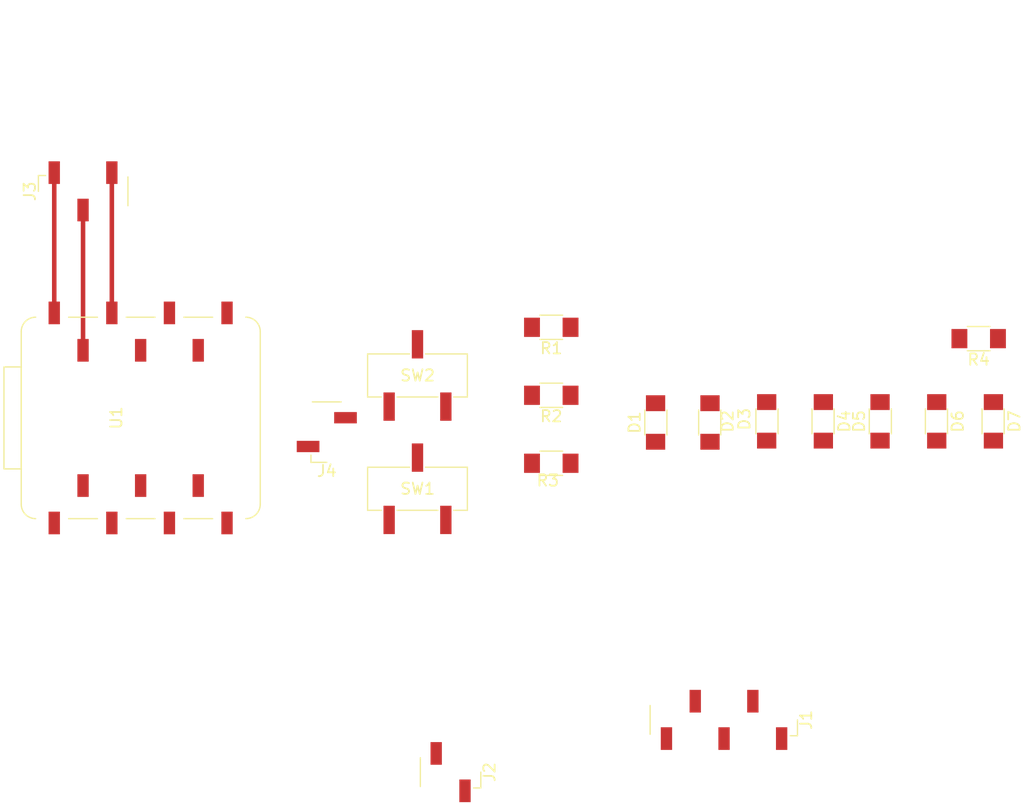
<source format=kicad_pcb>
(kicad_pcb (version 20240108) (generator "pcbnew") (generator_version "8.0")
  (layers (0 "F.Cu" signal) (31 "B.Cu" signal) (34 "B.Paste" user) (35 "F.Paste" user) (36 "B.SilkS" user "B.Silkscreen") (37 "F.SilkS" user "F.Silkscreen") (38 "B.Mask" user) (39 "F.Mask" user) (44 "Edge.Cuts" user))
  (net 0 "")
  (net 1 "Net-(D1-K)")
  (net 2 "Net-(D1-A)")
  (net 3 "Net-(D3-A)")
  (net 4 "Net-(D7-K)")
  (net 5 "D4_SCL")
  (net 6 "QT7_MOSI")
  (net 7 "QT3_TX")
  (net 8 "QT5_SCK")
  (net 9 "QT6_MISO")
  (net 10 "QT4_RX")
  (net 11 "QT1_DAC")
  (net 12 "QT2")
  (net 13 "PWR_5V")
  (net 14 "PWR_GND")
  (net 15 "PWR_3V3")
  (net 16 "D3_SDA")
  (net 17 "D1")
  (net 18 "D2")
  (net 20 "Net-(D7-A)")
  (net 21 "Net-(SW2-A)")
  (footprint "fab:SeeedStudio_XIAO_SocketSMD" (layer "F.Cu") (at 72.08 75 90)
    (property "Reference" "U1" (at 0.0025 -2.149 90) (layer "F.SilkS"))
    (property "Value" "SeeeduinoXIAO")
    (fp_line (start -7.6175 -10.531) (end 7.6225 -10.531) (stroke (width 0.12)) (layer "F.SilkS"))
    (fp_line (start 8.89 -6.35) (end 8.89 -3.81) (stroke (width 0.12)) (layer "F.SilkS"))
    (fp_line (start -8.89 -6.35) (end -8.89 -3.81) (stroke (width 0.12)) (layer "F.SilkS"))
    (fp_line (start 8.89 -1.27) (end 8.89 1.27) (stroke (width 0.12)) (layer "F.SilkS"))
    (fp_line (start -8.89 -1.27) (end -8.89 1.27) (stroke (width 0.12)) (layer "F.SilkS"))
    (fp_line (start 8.89 3.81) (end 8.89 6.35) (stroke (width 0.12)) (layer "F.SilkS"))
    (fp_line (start -8.89 3.81) (end -8.89 6.35) (stroke (width 0.12)) (layer "F.SilkS"))
    (fp_line (start 7.6225 10.551) (end -7.6175 10.551) (stroke (width 0.12)) (layer "F.SilkS"))
    (fp_rect (start -4.4975 -10.531) (end 4.5025 -12.055) (stroke (width 0.12)) (fill none) (layer "F.SilkS"))
    (fp_arc (start 7.6225 -10.531) (mid 8.520526 -10.159026) (end 8.8925 -9.261) (stroke (width 0.12)) (layer "F.SilkS"))
    (fp_arc (start -8.8875 -9.261) (mid -8.515526 -10.159026) (end -7.6175 -10.531) (stroke (width 0.12)) (layer "F.SilkS"))
    (fp_arc (start 8.8925 9.281) (mid 8.520526 10.179026) (end 7.6225 10.551) (stroke (width 0.12)) (layer "F.SilkS"))
    (fp_arc (start -7.6175 10.551) (mid -8.515526 10.179026) (end -8.8875 9.281) (stroke (width 0.12)) (layer "F.SilkS"))
    (pad "1" smd rect (at -9.27 -7.62 90) (size 2 1) (layers "F.Cu" "F.Paste" "F.Mask") (net 11 "QT1_DAC"))
    (pad "2" smd rect (at -5.97 -5.08 90) (size 2 1) (layers "F.Cu" "F.Paste" "F.Mask") (net 12 "QT2"))
    (pad "3" smd rect (at -9.27 -2.54 90) (size 2 1) (layers "F.Cu" "F.Paste" "F.Mask") (net 17 "D1"))
    (pad "4" smd rect (at -5.97 0 90) (size 2 1) (layers "F.Cu" "F.Paste" "F.Mask") (net 18 "D2"))
    (pad "5" smd rect (at -9.27 2.54 90) (size 2 1) (layers "F.Cu" "F.Paste" "F.Mask") (net 16 "D3_SDA"))
    (pad "6" smd rect (at -5.97 5.08 90) (size 2 1) (layers "F.Cu" "F.Paste" "F.Mask") (net 5 "D4_SCL"))
    (pad "7" smd rect (at -9.27 7.62 90) (size 2 1) (layers "F.Cu" "F.Paste" "F.Mask") (net 7 "QT3_TX"))
    (pad "8" smd rect (at 9.27 7.62 90) (size 2 1) (layers "F.Cu" "F.Paste" "F.Mask") (net 10 "QT4_RX"))
    (pad "9" smd rect (at 5.97 5.08 90) (size 2 1) (layers "F.Cu" "F.Paste" "F.Mask") (net 8 "QT5_SCK"))
    (pad "10" smd rect (at 9.27 2.54 90) (size 2 1) (layers "F.Cu" "F.Paste" "F.Mask") (net 9 "QT6_MISO"))
    (pad "11" smd rect (at 5.97 0 90) (size 2 1) (layers "F.Cu" "F.Paste" "F.Mask") (net 6 "QT7_MOSI"))
    (pad "12" smd rect (at 9.27 -2.54 90) (size 2 1) (layers "F.Cu" "F.Paste" "F.Mask") (net 15 "PWR_3V3"))
    (pad "13" smd rect (at 5.97 -5.08 90) (size 2 1) (layers "F.Cu" "F.Paste" "F.Mask") (net 14 "PWR_GND"))
    (pad "14" smd rect (at 9.27 -7.62 90) (size 2 1) (layers "F.Cu" "F.Paste" "F.Mask") (net 13 "PWR_5V"))
  )
  (footprint "fab:LED_1206" (layer "F.Cu") (at 147.3 75.3 -90)
    (property "Reference" "D7" (at 0 -1.85 90) (layer "F.SilkS"))
    (property "Value" "LED_1206")
    (fp_line (start -1.1 1) (end 1.1 1) (stroke (width 0.12)) (layer "F.SilkS"))
    (fp_line (start -1.1 -0.95) (end 1.1 -0.95) (stroke (width 0.12)) (layer "F.SilkS"))
    (pad "1" smd rect (at -1.7 0 270) (size 1.4 1.7) (layers "F.Cu" "F.Paste" "F.Mask") (net 4 "Net-(D7-K)"))
    (pad "2" smd rect (at 1.7 0 270) (size 1.4 1.7) (layers "F.Cu" "F.Paste" "F.Mask") (net 20 "Net-(D7-A)"))
  )
  (footprint "fab:PinSocket_1x05_P2.54mm_Vertical_SMD" (layer "F.Cu") (at 123.54 101.65 -90)
    (property "Reference" "J1" (at 0 -7.239 90) (layer "F.SilkS"))
    (property "Value" "Conn_PinSocket_1x05_P2.54mm_Vertical_SMD")
    (fp_line (start -1.27 6.52) (end 1.27 6.52) (stroke (width 0.12)) (layer "F.SilkS"))
    (fp_line (start 1.397 -5.842) (end 1.397 -6.477) (stroke (width 0.12)) (layer "F.SilkS"))
    (fp_line (start 1.397 -6.477) (end 0 -6.477) (stroke (width 0.12)) (layer "F.SilkS"))
    (pad "1" smd rect (at 1.65 -5.08 270) (size 2 1) (layers "F.Cu" "F.Paste" "F.Mask") (net 6 "QT7_MOSI"))
    (pad "2" smd rect (at -1.65 -2.54 270) (size 2 1) (layers "F.Cu" "F.Paste" "F.Mask") (net 9 "QT6_MISO"))
    (pad "3" smd rect (at 1.65 0 270) (size 2 1) (layers "F.Cu" "F.Paste" "F.Mask") (net 8 "QT5_SCK"))
    (pad "4" smd rect (at -1.65 2.54 270) (size 2 1) (layers "F.Cu" "F.Paste" "F.Mask") (net 10 "QT4_RX"))
    (pad "5" smd rect (at 1.65 5.08 270) (size 2 1) (layers "F.Cu" "F.Paste" "F.Mask") (net 7 "QT3_TX"))
  )
  (footprint "fab:Switch_Slide_Top_CnK_JS102011JCQN_8.5x3.5mm" (layer "F.Cu") (at 96.5 81.25)
    (property "Reference" "SW1" (at 0.01 0 0) (layer "F.SilkS"))
    (property "Value" "Switch_Slide_Top_CnK" (hide yes))
    (fp_line (start -4.4 -1.9) (end -4.4 1.9) (stroke (width 0.12)) (layer "F.SilkS"))
    (fp_line (start -4.4 1.9) (end -3.2 1.9) (stroke (width 0.12)) (layer "F.SilkS"))
    (fp_line (start -1.8 1.9) (end 1.8 1.9) (stroke (width 0.12)) (layer "F.SilkS"))
    (fp_line (start -0.7 -1.9) (end -4.4 -1.9) (stroke (width 0.12)) (layer "F.SilkS"))
    (fp_line (start 3.2 1.9) (end 4.4 1.9) (stroke (width 0.12)) (layer "F.SilkS"))
    (fp_line (start 4.4 -1.9) (end 0.7 -1.9) (stroke (width 0.12)) (layer "F.SilkS"))
    (fp_line (start 4.4 1.9) (end 4.4 -1.9) (stroke (width 0.12)) (layer "F.SilkS"))
    (pad "1" smd rect (at -2.5 2.75) (size 1 2.5) (layers "F.Cu" "F.Paste" "F.Mask") (net 20 "Net-(D7-A)"))
    (pad "2" smd rect (at 0 -2.75) (size 1 2.5) (layers "F.Cu" "F.Paste" "F.Mask") (net 5 "D4_SCL"))
    (pad "3" smd rect (at 2.5 2.75) (size 1 2.5) (layers "F.Cu" "F.Paste" "F.Mask"))
  )
  (footprint "fab:LED_1206" (layer "F.Cu") (at 142.3 75.3 -90)
    (property "Reference" "D6" (at 0 -1.85 90) (layer "F.SilkS"))
    (property "Value" "LED_1206")
    (fp_line (start -1.1 1) (end 1.1 1) (stroke (width 0.12)) (layer "F.SilkS"))
    (fp_line (start -1.1 -0.95) (end 1.1 -0.95) (stroke (width 0.12)) (layer "F.SilkS"))
    (pad "1" smd rect (at -1.7 0 270) (size 1.4 1.7) (layers "F.Cu" "F.Paste" "F.Mask") (net 3 "Net-(D3-A)"))
    (pad "2" smd rect (at 1.7 0 270) (size 1.4 1.7) (layers "F.Cu" "F.Paste" "F.Mask") (net 1 "Net-(D1-K)"))
  )
  (footprint "fab:LED_1206" (layer "F.Cu") (at 137.3 75.3 90)
    (property "Reference" "D5" (at 0 -1.85 270) (layer "F.SilkS"))
    (property "Value" "LED_1206")
    (fp_line (start -1.1 -0.95) (end 1.1 -0.95) (stroke (width 0.12)) (layer "F.SilkS"))
    (fp_line (start -1.1 1) (end 1.1 1) (stroke (width 0.12)) (layer "F.SilkS"))
    (pad "1" smd rect (at -1.7 0 90) (size 1.4 1.7) (layers "F.Cu" "F.Paste" "F.Mask") (net 1 "Net-(D1-K)"))
    (pad "2" smd rect (at 1.7 0 90) (size 1.4 1.7) (layers "F.Cu" "F.Paste" "F.Mask") (net 3 "Net-(D3-A)"))
  )
  (footprint "fab:R_1206" (layer "F.Cu") (at 146 68 180)
    (property "Reference" "R4" (at 0 -1.85 180) (layer "F.SilkS"))
    (property "Value" "R_1206")
    (fp_line (start 1 1.07) (end -1 1.07) (stroke (width 0.12)) (layer "F.SilkS"))
    (fp_line (start -1 -1.07) (end 1 -1.07) (stroke (width 0.12)) (layer "F.SilkS"))
    (pad "1" smd rect (at -1.7 0 180) (size 1.4 1.7) (layers "F.Cu" "F.Paste" "F.Mask") (net 4 "Net-(D7-K)"))
    (pad "2" smd rect (at 1.7 0 180) (size 1.4 1.7) (layers "F.Cu" "F.Paste" "F.Mask") (net 14 "PWR_GND"))
  )
  (footprint "fab:LED_1206" (layer "F.Cu") (at 117.5 75.4 90)
    (property "Reference" "D1" (at 0 -1.85 270) (layer "F.SilkS"))
    (property "Value" "LED_1206")
    (fp_line (start -1.1 -0.95) (end 1.1 -0.95) (stroke (width 0.12)) (layer "F.SilkS"))
    (fp_line (start -1.1 1) (end 1.1 1) (stroke (width 0.12)) (layer "F.SilkS"))
    (pad "1" smd rect (at -1.7 0 90) (size 1.4 1.7) (layers "F.Cu" "F.Paste" "F.Mask") (net 1 "Net-(D1-K)"))
    (pad "2" smd rect (at 1.7 0 90) (size 1.4 1.7) (layers "F.Cu" "F.Paste" "F.Mask") (net 2 "Net-(D1-A)"))
  )
  (footprint "fab:PinSocket_1x03_P2.54mm_Vertical_SMD" (layer "F.Cu") (at 67 55 90)
    (property "Reference" "J3" (at 0 -4.699 270) (layer "F.SilkS"))
    (property "Value" "Conn_PinSocket_1x03_P2.54mm_Vertical_SMD")
    (fp_line (start 1.397 -3.937) (end 0 -3.937) (stroke (width 0.12)) (layer "F.SilkS"))
    (fp_line (start 1.397 -3.302) (end 1.397 -3.937) (stroke (width 0.12)) (layer "F.SilkS"))
    (fp_line (start -1.27 3.96) (end 1.27 3.96) (stroke (width 0.12)) (layer "F.SilkS"))
    (pad "1" smd rect (at 1.65 -2.54 90) (size 2 1) (layers "F.Cu" "F.Paste" "F.Mask") (net 13 "PWR_5V"))
    (pad "2" smd rect (at -1.65 0 90) (size 2 1) (layers "F.Cu" "F.Paste" "F.Mask") (net 14 "PWR_GND"))
    (pad "3" smd rect (at 1.65 2.54 90) (size 2 1) (layers "F.Cu" "F.Paste" "F.Mask") (net 15 "PWR_3V3"))
  )
  (footprint "fab:LED_1206" (layer "F.Cu") (at 127.3 75.3 90)
    (property "Reference" "D3" (at 0.193999 -1.964 270) (layer "F.SilkS"))
    (property "Value" "LED_1206")
    (fp_line (start -1.1 -0.95) (end 1.1 -0.95) (stroke (width 0.12)) (layer "F.SilkS"))
    (fp_line (start -1.1 1) (end 1.1 1) (stroke (width 0.12)) (layer "F.SilkS"))
    (pad "1" smd rect (at -1.7 0 90) (size 1.4 1.7) (layers "F.Cu" "F.Paste" "F.Mask") (net 2 "Net-(D1-A)"))
    (pad "2" smd rect (at 1.7 0 90) (size 1.4 1.7) (layers "F.Cu" "F.Paste" "F.Mask") (net 3 "Net-(D3-A)"))
  )
  (footprint "fab:R_1206" (layer "F.Cu") (at 108.3 73 180)
    (property "Reference" "R2" (at 0 -1.85 180) (layer "F.SilkS"))
    (property "Value" "R_1206")
    (fp_line (start 1 1.07) (end -1 1.07) (stroke (width 0.12)) (layer "F.SilkS"))
    (fp_line (start -1 -1.07) (end 1 -1.07) (stroke (width 0.12)) (layer "F.SilkS"))
    (pad "1" smd rect (at -1.7 0 180) (size 1.4 1.7) (layers "F.Cu" "F.Paste" "F.Mask") (net 2 "Net-(D1-A)"))
    (pad "2" smd rect (at 1.7 0 180) (size 1.4 1.7) (layers "F.Cu" "F.Paste" "F.Mask") (net 18 "D2"))
  )
  (footprint "fab:PinSocket_1x02_P2.54mm_Vertical_SMD" (layer "F.Cu") (at 88.5 76.25 180)
    (property "Reference" "J4" (at 0 -3.429 180) (layer "F.SilkS"))
    (property "Value" "Conn_PinSocket_1x02_P2.54mm_Vertical_SMD")
    (fp_line (start 1.397 -2.032) (end 1.397 -2.667) (stroke (width 0.12)) (layer "F.SilkS"))
    (fp_line (start 1.397 -2.667) (end 0 -2.667) (stroke (width 0.12)) (layer "F.SilkS"))
    (fp_line (start -1.27 2.667) (end 1.27 2.667) (stroke (width 0.12)) (layer "F.SilkS"))
    (pad "1" smd rect (at 1.65 -1.27 180) (size 2 1) (layers "F.Cu" "F.Paste" "F.Mask") (net 16 "D3_SDA"))
    (pad "2" smd rect (at -1.65 1.27 180) (size 2 1) (layers "F.Cu" "F.Paste" "F.Mask") (net 5 "D4_SCL"))
  )
  (footprint "fab:Switch_Slide_Top_CnK_JS102011JCQN_8.5x3.5mm" (layer "F.Cu") (at 96.5 71.25)
    (property "Reference" "SW2" (at 0.01 0 0) (layer "F.SilkS"))
    (property "Value" "Switch_Slide_Top_CnK" (hide yes))
    (fp_line (start -4.4 -1.9) (end -4.4 1.9) (stroke (width 0.12)) (layer "F.SilkS"))
    (fp_line (start -4.4 1.9) (end -3.2 1.9) (stroke (width 0.12)) (layer "F.SilkS"))
    (fp_line (start -1.8 1.9) (end 1.8 1.9) (stroke (width 0.12)) (layer "F.SilkS"))
    (fp_line (start -0.7 -1.9) (end -4.4 -1.9) (stroke (width 0.12)) (layer "F.SilkS"))
    (fp_line (start 3.2 1.9) (end 4.4 1.9) (stroke (width 0.12)) (layer "F.SilkS"))
    (fp_line (start 4.4 -1.9) (end 0.7 -1.9) (stroke (width 0.12)) (layer "F.SilkS"))
    (fp_line (start 4.4 1.9) (end 4.4 -1.9) (stroke (width 0.12)) (layer "F.SilkS"))
    (pad "1" smd rect (at -2.5 2.75) (size 1 2.5) (layers "F.Cu" "F.Paste" "F.Mask") (net 21 "Net-(SW2-A)"))
    (pad "2" smd rect (at 0 -2.75) (size 1 2.5) (layers "F.Cu" "F.Paste" "F.Mask") (net 16 "D3_SDA"))
    (pad "3" smd rect (at 2.5 2.75) (size 1 2.5) (layers "F.Cu" "F.Paste" "F.Mask"))
  )
  (footprint "fab:PinSocket_1x02_P2.54mm_Vertical_SMD" (layer "F.Cu") (at 99.42 106.26 -90)
    (property "Reference" "J2" (at 0 -3.429 90) (layer "F.SilkS"))
    (property "Value" "Conn_PinSocket_1x02_P2.54mm_Vertical_SMD")
    (fp_line (start -1.27 2.667) (end 1.27 2.667) (stroke (width 0.12)) (layer "F.SilkS"))
    (fp_line (start 1.397 -2.032) (end 1.397 -2.667) (stroke (width 0.12)) (layer "F.SilkS"))
    (fp_line (start 1.397 -2.667) (end 0 -2.667) (stroke (width 0.12)) (layer "F.SilkS"))
    (pad "1" smd rect (at 1.65 -1.27 270) (size 2 1) (layers "F.Cu" "F.Paste" "F.Mask") (net 12 "QT2"))
    (pad "2" smd rect (at -1.65 1.27 270) (size 2 1) (layers "F.Cu" "F.Paste" "F.Mask") (net 11 "QT1_DAC"))
  )
  (footprint "fab:R_1206" (layer "F.Cu") (at 108.3 67 180)
    (property "Reference" "R1" (at 0 -1.85 180) (layer "F.SilkS"))
    (property "Value" "R_1206")
    (fp_line (start 1 1.07) (end -1 1.07) (stroke (width 0.12)) (layer "F.SilkS"))
    (fp_line (start -1 -1.07) (end 1 -1.07) (stroke (width 0.12)) (layer "F.SilkS"))
    (pad "1" smd rect (at -1.7 0 180) (size 1.4 1.7) (layers "F.Cu" "F.Paste" "F.Mask") (net 1 "Net-(D1-K)"))
    (pad "2" smd rect (at 1.7 0 180) (size 1.4 1.7) (layers "F.Cu" "F.Paste" "F.Mask") (net 17 "D1"))
  )
  (footprint "fab:LED_1206" (layer "F.Cu") (at 122.3 75.4 -90)
    (property "Reference" "D2" (at -0.1 -1.55 90) (layer "F.SilkS"))
    (property "Value" "LED_1206")
    (fp_line (start -1.1 1) (end 1.1 1) (stroke (width 0.12)) (layer "F.SilkS"))
    (fp_line (start -1.1 -0.95) (end 1.1 -0.95) (stroke (width 0.12)) (layer "F.SilkS"))
    (pad "1" smd rect (at -1.7 0 270) (size 1.4 1.7) (layers "F.Cu" "F.Paste" "F.Mask") (net 2 "Net-(D1-A)"))
    (pad "2" smd rect (at 1.7 0 270) (size 1.4 1.7) (layers "F.Cu" "F.Paste" "F.Mask") (net 1 "Net-(D1-K)"))
  )
  (footprint "fab:R_1206" (layer "F.Cu") (at 108.3 79 180)
    (property "Reference" "R3" (at 0.3 -1.52 180) (layer "F.SilkS"))
    (property "Value" "R_1206")
    (fp_line (start 1 1.07) (end -1 1.07) (stroke (width 0.12)) (layer "F.SilkS"))
    (fp_line (start -1 -1.07) (end 1 -1.07) (stroke (width 0.12)) (layer "F.SilkS"))
    (pad "1" smd rect (at -1.7 0 180) (size 1.4 1.7) (layers "F.Cu" "F.Paste" "F.Mask") (net 3 "Net-(D3-A)"))
    (pad "2" smd rect (at 1.7 0 180) (size 1.4 1.7) (layers "F.Cu" "F.Paste" "F.Mask") (net 21 "Net-(SW2-A)"))
  )
  (footprint "fab:LED_1206" (layer "F.Cu") (at 132.3 75.3 -90)
    (property "Reference" "D4" (at 0 -1.85 90) (layer "F.SilkS"))
    (property "Value" "LED_1206")
    (fp_line (start -1.1 1) (end 1.1 1) (stroke (width 0.12)) (layer "F.SilkS"))
    (fp_line (start -1.1 -0.95) (end 1.1 -0.95) (stroke (width 0.12)) (layer "F.SilkS"))
    (pad "1" smd rect (at -1.7 0 270) (size 1.4 1.7) (layers "F.Cu" "F.Paste" "F.Mask") (net 3 "Net-(D3-A)"))
    (pad "2" smd rect (at 1.7 0 270) (size 1.4 1.7) (layers "F.Cu" "F.Paste" "F.Mask") (net 2 "Net-(D1-A)"))
  )
  (segment (start 64.46 65.73) (end 64.46 53.35) (width 0.4) (layer "F.Cu") (net 13))
  (segment (start 67 69.03) (end 67 56.65) (width 0.4) (layer "F.Cu") (net 14))
  (segment (start 69.54 65.73) (end 69.54 53.35) (width 0.4) (layer "F.Cu") (net 15))
)
</source>
